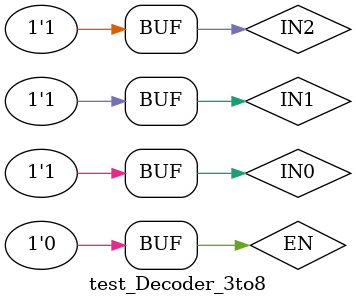
<source format=v>
`timescale 1ns / 1ps


module test_Decoder_3to8;
    reg IN2,IN1,IN0;
    reg EN;
    wire D7,D6,D5,D4,D3,D2,D1,D0;
    Decoder_3to8 U0(.d7(D7),.d6(D6),.d5(D5),.d4(D4),.d3(D3),.d2(D2),.d1(D1),.d0(D0),.in2(IN2),.in1(IN1),.in0(IN0),.en(EN));
    
    initial
    begin
   
      EN=1;IN2=0;IN1=0;IN0=0;
#10   EN=1;IN2=0;IN1=0;IN0=1;
#10   EN=1;IN2=0;IN1=1;IN0=0;
#10   EN=1;IN2=0;IN1=1;IN0=1;
#10   EN=1;IN2=1;IN1=0;IN0=0;
#10   EN=1;IN2=1;IN1=0;IN0=1;
#10   EN=1;IN2=1;IN1=1;IN0=0;
#10   EN=1;IN2=1;IN1=1;IN0=1;
#10   EN=0;IN2=0;IN1=0;IN0=0;
#10   EN=0;IN2=0;IN1=0;IN0=1;
#10   EN=0;IN2=0;IN1=1;IN0=0;
#10   EN=0;IN2=0;IN1=1;IN0=1;
#10   EN=0;IN2=1;IN1=0;IN0=0;
#10   EN=0;IN2=1;IN1=0;IN0=1;
#10   EN=0;IN2=1;IN1=1;IN0=0;
#10   EN=0;IN2=1;IN1=1;IN0=1;
    end
    endmodule

</source>
